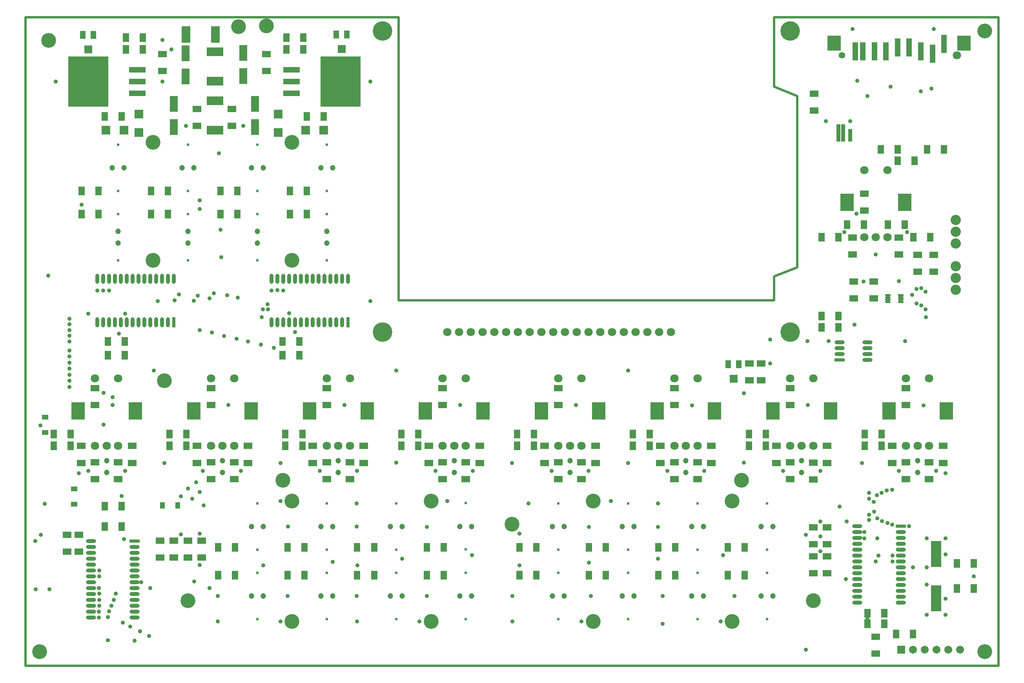
<source format=gbs>
%FSLAX25Y25*%
%MOIN*%
G70*
G01*
G75*
G04 Layer_Color=16711935*
%ADD10C,0.01181*%
%ADD11C,0.03937*%
%ADD12C,0.01575*%
%ADD13C,0.00787*%
%ADD14C,0.02756*%
%ADD15C,0.02953*%
%ADD16C,0.01000*%
%ADD17C,0.01969*%
%ADD18C,0.03937*%
%ADD19C,0.01575*%
%ADD20C,0.11811*%
%ADD21C,0.15748*%
%ADD22C,0.06299*%
%ADD23C,0.04724*%
%ADD24C,0.05906*%
%ADD25R,0.05906X0.05906*%
%ADD26C,0.07874*%
%ADD27R,0.11024X0.14173*%
%ADD28C,0.02756*%
%ADD29R,0.06693X0.04921*%
%ADD30R,0.04803X0.03583*%
%ADD31R,0.03583X0.04803*%
%ADD32R,0.06575X0.06496*%
%ADD33R,0.06496X0.06575*%
%ADD34R,0.13386X0.06890*%
%ADD35R,0.06890X0.13386*%
%ADD36R,0.04921X0.06693*%
%ADD37R,0.07874X0.02362*%
%ADD38O,0.07874X0.02362*%
%ADD39R,0.07874X0.21654*%
%ADD40R,0.02756X0.09843*%
%ADD41R,0.02559X0.13780*%
%ADD42R,0.04331X0.14921*%
%ADD43R,0.10630X0.11811*%
%ADD44R,0.03937X0.01181*%
%ADD45O,0.03937X0.01181*%
%ADD46R,0.06299X0.06299*%
%ADD47R,0.04331X0.06299*%
%ADD48O,0.02362X0.07874*%
%ADD49R,0.02362X0.07874*%
%ADD50R,0.06299X0.12598*%
%ADD51R,0.33465X0.41732*%
%ADD52R,0.13386X0.03937*%
%ADD53C,0.02362*%
%ADD54C,0.11811*%
%ADD55C,0.04737*%
%ADD56C,0.02375*%
%ADD57C,0.12611*%
%ADD58C,0.16548*%
%ADD59C,0.07099*%
%ADD60C,0.05524*%
%ADD61C,0.06706*%
%ADD62R,0.06706X0.06706*%
%ADD63C,0.08674*%
%ADD64R,0.11824X0.14973*%
%ADD65C,0.03556*%
%ADD66R,0.07493X0.05721*%
%ADD67R,0.05603X0.04383*%
%ADD68R,0.04383X0.05603*%
%ADD69R,0.07375X0.07296*%
%ADD70R,0.07296X0.07375*%
%ADD71R,0.14186X0.07690*%
%ADD72R,0.07690X0.14186*%
%ADD73R,0.05721X0.07493*%
%ADD74R,0.08674X0.03162*%
%ADD75O,0.08674X0.03162*%
%ADD76R,0.08674X0.22453*%
%ADD77R,0.03556X0.10642*%
%ADD78R,0.03359X0.14579*%
%ADD79R,0.05131X0.15721*%
%ADD80R,0.11430X0.12611*%
%ADD81R,0.04737X0.01981*%
%ADD82O,0.04737X0.01981*%
%ADD83R,0.07099X0.07099*%
%ADD84R,0.05131X0.07099*%
%ADD85O,0.03162X0.08674*%
%ADD86R,0.03162X0.08674*%
%ADD87R,0.07099X0.13398*%
%ADD88R,0.34265X0.42532*%
%ADD89R,0.14186X0.04737*%
D17*
X-0Y551181D02*
X-0D01*
Y0D02*
Y551181D01*
Y0D02*
X826772D01*
Y551181D01*
X635827D02*
X826772D01*
X635827Y492126D02*
Y551181D01*
X316929Y310630D02*
X635827D01*
X316929D02*
X316929D01*
X316929D02*
Y551181D01*
X-0Y551181D02*
X316929D01*
X655512Y338583D02*
Y484252D01*
X635827Y492126D02*
X655512Y484252D01*
X635827Y310630D02*
Y330709D01*
X635827Y330709D02*
X655512Y338583D01*
D55*
X757874Y164292D02*
D03*
Y174292D02*
D03*
X255906Y369173D02*
D03*
Y359173D02*
D03*
X634921Y59055D02*
D03*
X624921D02*
D03*
X634921Y118110D02*
D03*
X624921D02*
D03*
X659449Y164292D02*
D03*
Y174292D02*
D03*
X196851Y369173D02*
D03*
Y359173D02*
D03*
X575866Y59055D02*
D03*
X565866D02*
D03*
X575866Y118110D02*
D03*
X565866D02*
D03*
X561024Y164292D02*
D03*
Y174292D02*
D03*
X137795Y369173D02*
D03*
Y359173D02*
D03*
X516811Y59055D02*
D03*
X506811D02*
D03*
X516811Y118110D02*
D03*
X506811D02*
D03*
X462599Y164292D02*
D03*
Y174292D02*
D03*
X78740Y369173D02*
D03*
Y359173D02*
D03*
X457756Y59055D02*
D03*
X447756D02*
D03*
X457756Y118110D02*
D03*
X447756D02*
D03*
X364173Y164292D02*
D03*
Y174292D02*
D03*
X260906Y423229D02*
D03*
X250906D02*
D03*
X379016Y59055D02*
D03*
X369016D02*
D03*
X379016Y118110D02*
D03*
X369016D02*
D03*
X265748Y164292D02*
D03*
Y174292D02*
D03*
X201851Y423229D02*
D03*
X191850D02*
D03*
X319961Y59055D02*
D03*
X309961D02*
D03*
X319961Y118110D02*
D03*
X309961D02*
D03*
X167323Y164292D02*
D03*
Y174292D02*
D03*
X142795Y423229D02*
D03*
X132795D02*
D03*
X260906Y59055D02*
D03*
X250906D02*
D03*
X260906Y118110D02*
D03*
X250906D02*
D03*
X68898Y164292D02*
D03*
Y174292D02*
D03*
X83740Y423229D02*
D03*
X73740D02*
D03*
X201851Y59055D02*
D03*
X191850D02*
D03*
X201851Y118110D02*
D03*
X191850D02*
D03*
D56*
X374016Y78740D02*
D03*
Y39370D02*
D03*
X314961Y78740D02*
D03*
Y39370D02*
D03*
X255906Y78740D02*
D03*
Y39370D02*
D03*
X78740Y383858D02*
D03*
Y344488D02*
D03*
X196850Y78740D02*
D03*
Y39370D02*
D03*
X255906Y403543D02*
D03*
Y442913D02*
D03*
X629921Y98425D02*
D03*
Y137795D02*
D03*
X196850Y403543D02*
D03*
Y442913D02*
D03*
X570866Y98425D02*
D03*
Y137795D02*
D03*
X137795Y403543D02*
D03*
Y442913D02*
D03*
X78740Y403543D02*
D03*
Y442913D02*
D03*
X452756Y98425D02*
D03*
Y137795D02*
D03*
X629921Y78740D02*
D03*
Y39370D02*
D03*
X570866Y78740D02*
D03*
Y39370D02*
D03*
X314961Y98425D02*
D03*
Y137795D02*
D03*
X511811Y78740D02*
D03*
Y39370D02*
D03*
X255906Y98425D02*
D03*
Y137795D02*
D03*
X452756Y78740D02*
D03*
Y39370D02*
D03*
X196850Y98425D02*
D03*
Y137795D02*
D03*
X374016Y98819D02*
D03*
Y138189D02*
D03*
X511811Y98425D02*
D03*
Y137795D02*
D03*
X137795Y383858D02*
D03*
Y344488D02*
D03*
X196850Y383858D02*
D03*
Y344488D02*
D03*
X255906Y383858D02*
D03*
Y344488D02*
D03*
D57*
X118110Y242126D02*
D03*
X600394Y139764D02*
D03*
Y37402D02*
D03*
X344488Y139764D02*
D03*
X669291Y55118D02*
D03*
X608268Y157480D02*
D03*
X413386Y120079D02*
D03*
X218504Y157480D02*
D03*
X137795Y55118D02*
D03*
X108268Y444882D02*
D03*
X226378D02*
D03*
Y344488D02*
D03*
X108268D02*
D03*
X482283Y139764D02*
D03*
Y37402D02*
D03*
X344488D02*
D03*
X226378D02*
D03*
Y139764D02*
D03*
X19685Y531496D02*
D03*
X11811Y11811D02*
D03*
X814961D02*
D03*
Y539370D02*
D03*
X204724Y543701D02*
D03*
X181102Y543307D02*
D03*
D58*
X303150Y539370D02*
D03*
Y283465D02*
D03*
X649606D02*
D03*
Y539370D02*
D03*
D59*
X358378Y283417D02*
D03*
X368378D02*
D03*
X378378D02*
D03*
X388378D02*
D03*
X398378D02*
D03*
X408378D02*
D03*
X418378D02*
D03*
X428378D02*
D03*
X438378D02*
D03*
X448378D02*
D03*
X458378D02*
D03*
X468378D02*
D03*
X478378D02*
D03*
X488378D02*
D03*
X498378D02*
D03*
X508378D02*
D03*
X518378D02*
D03*
X528378D02*
D03*
X538378D02*
D03*
X548378D02*
D03*
X791339Y518898D02*
D03*
X59055Y244095D02*
D03*
X78740D02*
D03*
X68898Y187008D02*
D03*
X78740D02*
D03*
X59055D02*
D03*
X157480Y244095D02*
D03*
X177165D02*
D03*
X167323Y187008D02*
D03*
X177165D02*
D03*
X157480D02*
D03*
X255906Y244095D02*
D03*
X275591D02*
D03*
X265748Y187008D02*
D03*
X275591D02*
D03*
X255906D02*
D03*
X354331Y244095D02*
D03*
X374016D02*
D03*
X364173Y187008D02*
D03*
X374016D02*
D03*
X354331D02*
D03*
X452756Y244095D02*
D03*
X472441D02*
D03*
X462599Y187008D02*
D03*
X472441D02*
D03*
X452756D02*
D03*
X551181Y244095D02*
D03*
X570866D02*
D03*
X561024Y187008D02*
D03*
X570866D02*
D03*
X551181D02*
D03*
X649606Y244095D02*
D03*
X669291D02*
D03*
X659449Y187008D02*
D03*
X669291D02*
D03*
X649606D02*
D03*
X748032Y244095D02*
D03*
X767717D02*
D03*
X757874Y187008D02*
D03*
X767717D02*
D03*
X748032D02*
D03*
X712599Y421260D02*
D03*
X732283D02*
D03*
X722441Y364173D02*
D03*
X732283D02*
D03*
X712599D02*
D03*
D60*
X693701Y518898D02*
D03*
D61*
X794095Y13386D02*
D03*
X784094D02*
D03*
X774094D02*
D03*
X764094D02*
D03*
X754095D02*
D03*
D62*
X744095D02*
D03*
D63*
X790158Y378898D02*
D03*
Y368898D02*
D03*
Y358898D02*
D03*
Y339528D02*
D03*
Y329528D02*
D03*
Y319528D02*
D03*
D64*
X93307Y216536D02*
D03*
X44488D02*
D03*
X191732D02*
D03*
X142913D02*
D03*
X290158D02*
D03*
X241339D02*
D03*
X388583D02*
D03*
X339764D02*
D03*
X487008D02*
D03*
X438189D02*
D03*
X585433D02*
D03*
X536614D02*
D03*
X683858D02*
D03*
X635039D02*
D03*
X782283D02*
D03*
X733465D02*
D03*
X746850Y393701D02*
D03*
X698032D02*
D03*
D65*
X292976Y496389D02*
D03*
Y309842D02*
D03*
X224050Y299358D02*
D03*
X109088Y250692D02*
D03*
X315058Y250793D02*
D03*
X511805Y250692D02*
D03*
X112205Y309842D02*
D03*
X147891Y285273D02*
D03*
X126686Y310630D02*
D03*
X158194Y283099D02*
D03*
X131890Y143701D02*
D03*
X632757Y277212D02*
D03*
X610236Y231392D02*
D03*
X147989Y395681D02*
D03*
X148032Y388040D02*
D03*
X164132Y435503D02*
D03*
X165641Y370436D02*
D03*
X166144Y347294D02*
D03*
X716536Y146850D02*
D03*
X281889Y85335D02*
D03*
X706025Y384327D02*
D03*
X37254Y275614D02*
D03*
X37411Y267865D02*
D03*
Y262722D02*
D03*
Y257579D02*
D03*
Y252436D02*
D03*
Y247294D02*
D03*
X37402Y242151D02*
D03*
Y237008D02*
D03*
X131890Y111417D02*
D03*
X761024Y320866D02*
D03*
X764567Y317914D02*
D03*
X37402Y280431D02*
D03*
Y285248D02*
D03*
Y290065D02*
D03*
Y294882D02*
D03*
X12598Y204331D02*
D03*
X8268Y105906D02*
D03*
X8661Y64961D02*
D03*
X12992Y111024D02*
D03*
X19291Y331496D02*
D03*
X16142Y137402D02*
D03*
X70079Y21654D02*
D03*
X691732Y135039D02*
D03*
X697638Y122441D02*
D03*
X675197Y109843D02*
D03*
X81496Y144095D02*
D03*
X679921Y462992D02*
D03*
X747244Y275984D02*
D03*
X682283D02*
D03*
X664173D02*
D03*
X116142Y531890D02*
D03*
X675197Y122441D02*
D03*
X419685Y112205D02*
D03*
X427165Y137795D02*
D03*
X47638Y391732D02*
D03*
X497244Y139764D02*
D03*
X358268D02*
D03*
X216535D02*
D03*
X163386Y37402D02*
D03*
X216535D02*
D03*
X281496D02*
D03*
X334646D02*
D03*
X472441D02*
D03*
X413779D02*
D03*
X590551D02*
D03*
X83465Y107481D02*
D03*
X723622Y108268D02*
D03*
X662992Y111024D02*
D03*
Y13386D02*
D03*
X537402Y137795D02*
D03*
X537303Y118012D02*
D03*
X478642D02*
D03*
X340846D02*
D03*
X281398Y137697D02*
D03*
Y118110D02*
D03*
X222835D02*
D03*
X148032Y147638D02*
D03*
X144882Y155906D02*
D03*
X105906Y65748D02*
D03*
X148032Y85433D02*
D03*
X156299Y65748D02*
D03*
X592520Y93701D02*
D03*
X92520Y21260D02*
D03*
X765748Y83465D02*
D03*
Y108268D02*
D03*
X781496D02*
D03*
Y94488D02*
D03*
Y56693D02*
D03*
Y43307D02*
D03*
X765748D02*
D03*
Y68898D02*
D03*
X706693Y497244D02*
D03*
X66142Y204725D02*
D03*
Y231890D02*
D03*
X74016Y228347D02*
D03*
X773622Y165355D02*
D03*
X105118Y25197D02*
D03*
X97244Y29134D02*
D03*
X53150Y299213D02*
D03*
X84646D02*
D03*
X76772Y61024D02*
D03*
X74803Y55906D02*
D03*
X72835Y50788D02*
D03*
X70866Y46063D02*
D03*
X74016Y221654D02*
D03*
X62599Y75984D02*
D03*
Y80709D02*
D03*
X25591Y496457D02*
D03*
X88976Y33071D02*
D03*
X781495Y163386D02*
D03*
X79134Y282284D02*
D03*
X180315Y312992D02*
D03*
X171260Y314961D02*
D03*
X118110Y172047D02*
D03*
X62165Y40906D02*
D03*
X62441Y65906D02*
D03*
X148032Y112205D02*
D03*
X219016Y319016D02*
D03*
X214016Y319134D02*
D03*
X209016Y318937D02*
D03*
X98425Y70866D02*
D03*
X62599Y50788D02*
D03*
X163287Y59154D02*
D03*
X62362Y45906D02*
D03*
X62598Y55906D02*
D03*
X62599Y61024D02*
D03*
X151181Y136221D02*
D03*
X229016Y283465D02*
D03*
X70984Y319016D02*
D03*
X65984Y318898D02*
D03*
X60984Y318937D02*
D03*
X340846Y59154D02*
D03*
X281398Y59154D02*
D03*
X222736Y59154D02*
D03*
X172441Y221654D02*
D03*
X270866D02*
D03*
X369291D02*
D03*
X467717D02*
D03*
X566142Y221260D02*
D03*
X664567Y221654D02*
D03*
X762992Y221260D02*
D03*
X541339Y35433D02*
D03*
X602362Y59055D02*
D03*
X541339D02*
D03*
X480315D02*
D03*
X413779D02*
D03*
X771654Y541339D02*
D03*
X702756D02*
D03*
X185039Y458957D02*
D03*
X124016Y524016D02*
D03*
X116142Y496457D02*
D03*
X84646Y165355D02*
D03*
X53150D02*
D03*
X183071D02*
D03*
X281496D02*
D03*
X348425D02*
D03*
X379921D02*
D03*
X446850D02*
D03*
X478346D02*
D03*
X545276D02*
D03*
X576772D02*
D03*
X643701D02*
D03*
X675197D02*
D03*
X742126D02*
D03*
X216535Y172343D02*
D03*
X314961Y172441D02*
D03*
X413386Y172343D02*
D03*
X511811Y172343D02*
D03*
X610236Y172441D02*
D03*
X710630Y172343D02*
D03*
X250000Y165355D02*
D03*
X45276Y163386D02*
D03*
X805512Y75985D02*
D03*
X736221Y149607D02*
D03*
X716536Y141733D02*
D03*
Y128347D02*
D03*
Y124016D02*
D03*
X736221Y119685D02*
D03*
X712599Y108268D02*
D03*
X769685Y490551D02*
D03*
X700787Y462992D02*
D03*
X722441Y349606D02*
D03*
X760630Y488189D02*
D03*
X735039Y492126D02*
D03*
X715354Y484252D02*
D03*
X711811Y326477D02*
D03*
X715256Y39961D02*
D03*
X675197Y97244D02*
D03*
X201969Y85335D02*
D03*
X419587D02*
D03*
X478740Y87402D02*
D03*
X379134Y93701D02*
D03*
X261024Y88189D02*
D03*
X320079Y90945D02*
D03*
X537402D02*
D03*
X742126Y326772D02*
D03*
X205906Y302756D02*
D03*
X201575D02*
D03*
X205512Y307087D02*
D03*
X736614Y88504D02*
D03*
Y93504D02*
D03*
X724607D02*
D03*
X722441Y88504D02*
D03*
X753898Y83504D02*
D03*
X696969Y73504D02*
D03*
X712599Y113386D02*
D03*
X750787Y118504D02*
D03*
X141732Y141732D02*
D03*
X632677Y256792D02*
D03*
X136221Y458957D02*
D03*
X20276Y64764D02*
D03*
X749098Y368523D02*
D03*
X695669Y368504D02*
D03*
X150787Y165354D02*
D03*
X130315Y315354D02*
D03*
X168504Y280315D02*
D03*
X179134Y277953D02*
D03*
X146457Y314567D02*
D03*
X142913Y310039D02*
D03*
X188976Y275590D02*
D03*
X200000Y272835D02*
D03*
X156299Y312205D02*
D03*
X159843Y316535D02*
D03*
X211024Y270079D02*
D03*
X753348Y315156D02*
D03*
X704331Y289764D02*
D03*
X200787Y296063D02*
D03*
X764961Y296050D02*
D03*
X764567Y302756D02*
D03*
X761022Y306299D02*
D03*
X757087Y307874D02*
D03*
Y320079D02*
D03*
X723228Y144882D02*
D03*
X727165Y146850D02*
D03*
X731496Y148819D02*
D03*
X723622Y125197D02*
D03*
X720865Y130708D02*
D03*
X720472Y139173D02*
D03*
X727559Y122835D02*
D03*
X732283Y121260D02*
D03*
X137795Y150394D02*
D03*
X143307Y71653D02*
D03*
X82677Y36614D02*
D03*
X70079Y41339D02*
D03*
D66*
X669994Y486219D02*
D03*
Y471849D02*
D03*
X114173Y91733D02*
D03*
Y106103D02*
D03*
X125984Y91733D02*
D03*
Y106103D02*
D03*
X137795Y91733D02*
D03*
Y106103D02*
D03*
X149606Y91733D02*
D03*
Y106103D02*
D03*
X748032Y158563D02*
D03*
Y172933D02*
D03*
X767717Y158563D02*
D03*
Y172933D02*
D03*
X736221Y186713D02*
D03*
Y172343D02*
D03*
X779528D02*
D03*
Y186713D02*
D03*
X649607Y158563D02*
D03*
Y172933D02*
D03*
X669291Y158170D02*
D03*
Y172540D02*
D03*
X637795Y186713D02*
D03*
Y172343D02*
D03*
X681103D02*
D03*
Y186713D02*
D03*
X551181Y158563D02*
D03*
Y172933D02*
D03*
X570866Y158563D02*
D03*
Y172933D02*
D03*
X539370Y186713D02*
D03*
Y172343D02*
D03*
X582677D02*
D03*
Y186713D02*
D03*
X440945D02*
D03*
Y172343D02*
D03*
X452756Y158563D02*
D03*
Y172933D02*
D03*
X472441Y158563D02*
D03*
Y172933D02*
D03*
X484252Y172343D02*
D03*
Y186713D02*
D03*
X354331Y158563D02*
D03*
Y172933D02*
D03*
X374016Y158563D02*
D03*
Y172933D02*
D03*
X385827Y172343D02*
D03*
Y186713D02*
D03*
X342520D02*
D03*
Y172343D02*
D03*
X244094Y186713D02*
D03*
Y172343D02*
D03*
X287402D02*
D03*
Y186713D02*
D03*
X275591Y158563D02*
D03*
Y172933D02*
D03*
X255906Y158563D02*
D03*
Y172933D02*
D03*
X177165Y158563D02*
D03*
Y172933D02*
D03*
X188977Y172343D02*
D03*
Y186713D02*
D03*
X157481Y158563D02*
D03*
Y172933D02*
D03*
X145669Y186713D02*
D03*
Y172343D02*
D03*
X78740Y158563D02*
D03*
Y172933D02*
D03*
X90551Y172343D02*
D03*
Y186713D02*
D03*
X59055Y158563D02*
D03*
Y172933D02*
D03*
X47244Y186713D02*
D03*
Y172343D02*
D03*
X45276Y111122D02*
D03*
Y96752D02*
D03*
X35433Y96752D02*
D03*
Y111122D02*
D03*
X681103Y103051D02*
D03*
Y117421D02*
D03*
X669291Y103051D02*
D03*
Y117421D02*
D03*
X681103Y92913D02*
D03*
Y78543D02*
D03*
X722441Y24508D02*
D03*
Y10138D02*
D03*
X742126Y349508D02*
D03*
Y363878D02*
D03*
X702756D02*
D03*
Y349508D02*
D03*
X757874Y334941D02*
D03*
Y349311D02*
D03*
X771653Y334941D02*
D03*
Y349311D02*
D03*
X712598Y401280D02*
D03*
Y386910D02*
D03*
X703543Y326477D02*
D03*
Y312106D02*
D03*
X720473Y326477D02*
D03*
Y312107D02*
D03*
X59055Y235925D02*
D03*
Y221555D02*
D03*
X157480Y235925D02*
D03*
Y221555D02*
D03*
X255906Y235925D02*
D03*
Y221555D02*
D03*
X354331Y235925D02*
D03*
Y221555D02*
D03*
X452756Y235925D02*
D03*
Y221555D02*
D03*
X551181Y235925D02*
D03*
Y221555D02*
D03*
X748032Y235925D02*
D03*
Y221555D02*
D03*
X649606Y235925D02*
D03*
Y221555D02*
D03*
X614961Y256792D02*
D03*
Y242421D02*
D03*
X624803Y256792D02*
D03*
Y242421D02*
D03*
X175197Y473327D02*
D03*
Y458957D02*
D03*
X145669Y473327D02*
D03*
Y458957D02*
D03*
X204725Y505414D02*
D03*
Y519784D02*
D03*
X116142Y505414D02*
D03*
Y519784D02*
D03*
X669291Y78543D02*
D03*
Y92913D02*
D03*
D67*
X16535Y211161D02*
D03*
Y198287D02*
D03*
X41339Y137264D02*
D03*
Y150138D02*
D03*
D68*
X129272Y136221D02*
D03*
X116398D02*
D03*
D69*
X96457Y468740D02*
D03*
Y453307D02*
D03*
X214567Y468740D02*
D03*
Y453307D02*
D03*
D70*
X68268Y455118D02*
D03*
X83701D02*
D03*
X253386Y455118D02*
D03*
X237953D02*
D03*
D71*
X161024Y480236D02*
D03*
Y455197D02*
D03*
Y521969D02*
D03*
Y496929D02*
D03*
D72*
X161339Y536614D02*
D03*
X136299D02*
D03*
D73*
X178051Y100394D02*
D03*
X163681D02*
D03*
X237106D02*
D03*
X222736D02*
D03*
X296162D02*
D03*
X281791D02*
D03*
X355217Y100394D02*
D03*
X340846D02*
D03*
X433957D02*
D03*
X419587D02*
D03*
X493012Y100394D02*
D03*
X478642D02*
D03*
X552067D02*
D03*
X537697D02*
D03*
X611122D02*
D03*
X596752D02*
D03*
X611122Y76772D02*
D03*
X596752D02*
D03*
X552067D02*
D03*
X537697D02*
D03*
X493012D02*
D03*
X478642D02*
D03*
X433957D02*
D03*
X419587D02*
D03*
X355217D02*
D03*
X340846D02*
D03*
X296162D02*
D03*
X281791D02*
D03*
X237106D02*
D03*
X222736D02*
D03*
X178051D02*
D03*
X163681D02*
D03*
X239075Y403544D02*
D03*
X224705D02*
D03*
X239075Y383858D02*
D03*
X224705D02*
D03*
X180020D02*
D03*
X165650D02*
D03*
X180020Y403543D02*
D03*
X165650D02*
D03*
X120965D02*
D03*
X106595D02*
D03*
X120965Y383859D02*
D03*
X106595D02*
D03*
X61910D02*
D03*
X47539D02*
D03*
X61910Y403543D02*
D03*
X47539D02*
D03*
X712894Y187008D02*
D03*
X727264D02*
D03*
X712894Y196851D02*
D03*
X727264D02*
D03*
X614468Y187008D02*
D03*
X628838D02*
D03*
X614468Y196851D02*
D03*
X628838D02*
D03*
X516043D02*
D03*
X530413D02*
D03*
X516043Y187008D02*
D03*
X530413D02*
D03*
X417618D02*
D03*
X431988D02*
D03*
X417618Y196851D02*
D03*
X431988D02*
D03*
X319193Y187008D02*
D03*
X333563D02*
D03*
X319193Y196851D02*
D03*
X333563D02*
D03*
X220768Y187008D02*
D03*
X235138D02*
D03*
X220768Y196851D02*
D03*
X235138D02*
D03*
X122343Y187008D02*
D03*
X136713D02*
D03*
X122343Y196851D02*
D03*
X136713D02*
D03*
X23918Y187008D02*
D03*
X38287D02*
D03*
X23918Y196851D02*
D03*
X38287D02*
D03*
X67225Y135433D02*
D03*
X81595D02*
D03*
X67225Y118110D02*
D03*
X81595D02*
D03*
X805610Y65355D02*
D03*
X791240D02*
D03*
X805610Y87008D02*
D03*
X791240D02*
D03*
X715256Y44488D02*
D03*
X729626D02*
D03*
X715256Y35433D02*
D03*
X729626D02*
D03*
X754036Y26772D02*
D03*
X739666D02*
D03*
X746949Y374803D02*
D03*
X732579D02*
D03*
X768602Y364174D02*
D03*
X754232D02*
D03*
X697933Y374803D02*
D03*
X712303D02*
D03*
X676280Y364173D02*
D03*
X690650D02*
D03*
X740846Y429134D02*
D03*
X755217D02*
D03*
X766044Y438976D02*
D03*
X780413D02*
D03*
X741043Y438977D02*
D03*
X726673D02*
D03*
X690650Y287402D02*
D03*
X676280D02*
D03*
X690650Y297244D02*
D03*
X676280D02*
D03*
X218406Y263780D02*
D03*
X232776D02*
D03*
X218406Y275591D02*
D03*
X232776D02*
D03*
X69980Y263780D02*
D03*
X84351D02*
D03*
X69980Y275591D02*
D03*
X84351D02*
D03*
X238878Y466929D02*
D03*
X253248D02*
D03*
X235925Y533859D02*
D03*
X221555D02*
D03*
X235925Y524016D02*
D03*
X221555D02*
D03*
X99705Y533858D02*
D03*
X85335D02*
D03*
Y524016D02*
D03*
X99705D02*
D03*
X81595Y466929D02*
D03*
X67225D02*
D03*
D74*
X92520Y105906D02*
D03*
X743701Y118504D02*
D03*
X691732Y259843D02*
D03*
D75*
X92520Y100906D02*
D03*
Y95906D02*
D03*
Y90906D02*
D03*
Y85906D02*
D03*
Y80906D02*
D03*
Y75906D02*
D03*
Y70906D02*
D03*
Y65906D02*
D03*
Y60906D02*
D03*
Y55906D02*
D03*
Y50906D02*
D03*
Y45906D02*
D03*
Y40906D02*
D03*
X55512Y105906D02*
D03*
Y100906D02*
D03*
Y95906D02*
D03*
Y90906D02*
D03*
Y85906D02*
D03*
Y80906D02*
D03*
Y75906D02*
D03*
Y70906D02*
D03*
Y65906D02*
D03*
Y60906D02*
D03*
Y55906D02*
D03*
Y50906D02*
D03*
Y45906D02*
D03*
Y40906D02*
D03*
X743701Y113504D02*
D03*
Y108504D02*
D03*
Y103504D02*
D03*
Y98504D02*
D03*
Y93504D02*
D03*
Y88504D02*
D03*
Y83504D02*
D03*
Y78504D02*
D03*
Y73504D02*
D03*
Y68504D02*
D03*
Y63504D02*
D03*
Y58504D02*
D03*
Y53504D02*
D03*
X706693Y118504D02*
D03*
Y113504D02*
D03*
Y108504D02*
D03*
Y103504D02*
D03*
Y98504D02*
D03*
Y93504D02*
D03*
Y88504D02*
D03*
Y83504D02*
D03*
Y78504D02*
D03*
Y73504D02*
D03*
Y68504D02*
D03*
Y63504D02*
D03*
Y58504D02*
D03*
Y53504D02*
D03*
X715354Y274843D02*
D03*
Y269843D02*
D03*
Y264843D02*
D03*
Y259843D02*
D03*
X691732Y274843D02*
D03*
Y269843D02*
D03*
Y264843D02*
D03*
D76*
X773622Y57284D02*
D03*
Y94685D02*
D03*
D77*
X700591Y450984D02*
D03*
D78*
X694685Y452953D02*
D03*
X690748D02*
D03*
D79*
X705118Y522244D02*
D03*
X711417D02*
D03*
X721260D02*
D03*
X731102D02*
D03*
X740945Y525394D02*
D03*
X750787D02*
D03*
X760630Y522244D02*
D03*
X770472Y520276D02*
D03*
X780315Y528544D02*
D03*
D80*
X686811Y529331D02*
D03*
X797441D02*
D03*
D81*
X743701Y314961D02*
D03*
D82*
Y312993D02*
D03*
Y311024D02*
D03*
Y309055D02*
D03*
X732677Y314961D02*
D03*
Y312993D02*
D03*
Y311024D02*
D03*
Y309055D02*
D03*
D83*
X601575Y243898D02*
D03*
X268504Y524213D02*
D03*
X53150Y523819D02*
D03*
D84*
X597047Y256103D02*
D03*
X606102D02*
D03*
X263977Y536418D02*
D03*
X273032D02*
D03*
X48622Y536024D02*
D03*
X57677D02*
D03*
D85*
X209016Y328740D02*
D03*
X214016D02*
D03*
X219016D02*
D03*
X224016D02*
D03*
X229016D02*
D03*
X234016D02*
D03*
X239016D02*
D03*
X244016D02*
D03*
X249016D02*
D03*
X254016D02*
D03*
X259016D02*
D03*
X264016D02*
D03*
X269016D02*
D03*
X274016D02*
D03*
X209016Y291732D02*
D03*
X214016D02*
D03*
X219016D02*
D03*
X224016D02*
D03*
X229016D02*
D03*
X234016D02*
D03*
X239016D02*
D03*
X244016D02*
D03*
X249016D02*
D03*
X254016D02*
D03*
X259016D02*
D03*
X264016D02*
D03*
X269016D02*
D03*
X60984Y328740D02*
D03*
X65984D02*
D03*
X70984D02*
D03*
X75984D02*
D03*
X80984D02*
D03*
X85984D02*
D03*
X90984D02*
D03*
X95984D02*
D03*
X100984D02*
D03*
X105984D02*
D03*
X110984D02*
D03*
X115984D02*
D03*
X120984D02*
D03*
X125984D02*
D03*
X60984Y291733D02*
D03*
X65984D02*
D03*
X70984D02*
D03*
X75984D02*
D03*
X80984D02*
D03*
X85984D02*
D03*
X90984D02*
D03*
X95984D02*
D03*
X100984D02*
D03*
X105984D02*
D03*
X110984D02*
D03*
X115984D02*
D03*
X120984D02*
D03*
D86*
X274016Y291732D02*
D03*
X125984Y291733D02*
D03*
D87*
X194882Y457874D02*
D03*
Y477559D02*
D03*
X185039Y520866D02*
D03*
Y501181D02*
D03*
X135827Y520473D02*
D03*
Y500788D02*
D03*
X125984Y457874D02*
D03*
Y477559D02*
D03*
D88*
X267717Y496457D02*
D03*
X53150D02*
D03*
D89*
X225984Y486457D02*
D03*
Y496457D02*
D03*
Y506457D02*
D03*
X94882D02*
D03*
Y496457D02*
D03*
Y486457D02*
D03*
M02*

</source>
